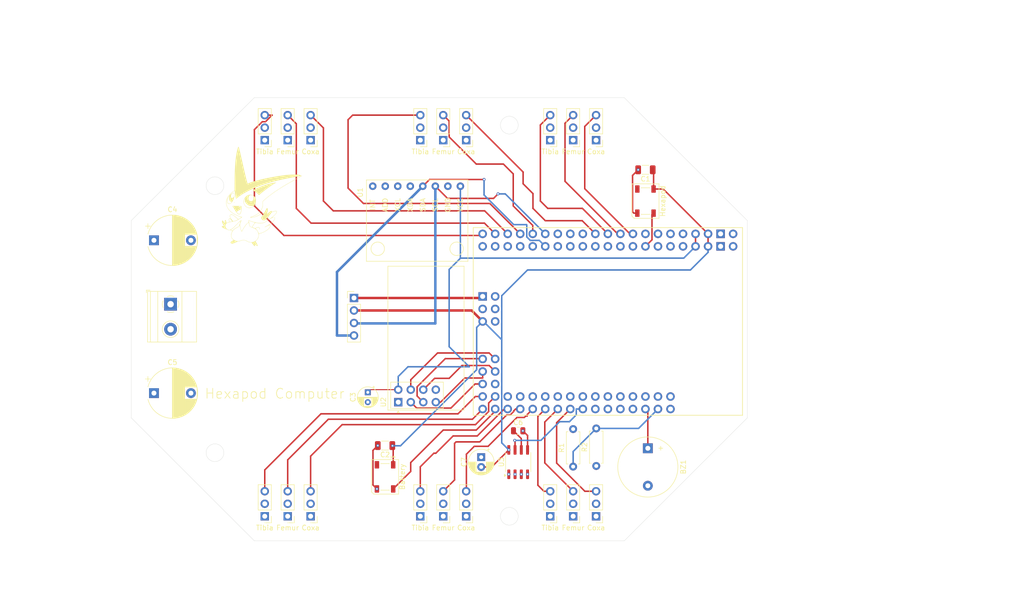
<source format=kicad_pcb>
(kicad_pcb (version 20240108) (generator "pcbnew") (generator_version "8.0")
  (layers (0 "F.Cu" signal "Signal") (1 "In1.Cu" power "Ground") (2 "In2.Cu" power "Power") (31 "B.Cu" signal "Back") (34 "B.Paste" user) (35 "F.Paste" user) (36 "B.SilkS" user "B.Silkscreen") (37 "F.SilkS" user "F.Silkscreen") (38 "B.Mask" user) (39 "F.Mask" user) (44 "Edge.Cuts" user))
  (net 0 "")
  (net 1 "+5V")
  (net 2 "GND")
  (net 3 "LED1")
  (net 4 "LED2")
  (net 6 "S1")
  (net 7 "VIN")
  (net 8 "S2")
  (net 9 "S3")
  (net 10 "S4")
  (net 11 "S5")
  (net 12 "S6")
  (net 13 "S7")
  (net 14 "S8")
  (net 15 "S9")
  (net 16 "S10")
  (net 17 "S11")
  (net 18 "S12")
  (net 19 "S13")
  (net 20 "S14")
  (net 21 "S15")
  (net 22 "S16")
  (net 23 "S17")
  (net 24 "S18")
  (net 25 "SDA")
  (net 30 "+3.3V")
  (net 31 "SCL")
  (net 32 "MISO")
  (net 33 "CSN")
  (net 35 "SCK")
  (net 37 "MOSI")
  (net 39 "VD Reading")
  (net 40 "Buzzer")
  (net 47 "Net-(U3-FILTER)")
  (net 64 "Current Reading")
  (net 88 "CE")
  (footprint "Connector_PinHeader_2.54mm:PinHeader_1x03_P2.54mm_Vertical" (layer "F.Cu") (at 143.65 53.65 180)
    (property "Reference" "Tibia")
    (property "Value" "Conn_01x03_Pin" (hide yes))
  )
  (footprint "LED_SMD:LED_WS2812B_PLCC4_5.0x5.0mm_P3.2mm" (layer "F.Cu") (at 189.315 66.02 -90)
    (property "Reference" "Hexapod")
    (property "Value" "WS2812B" (hide yes))
  )
  (footprint "Capacitor_SMD:C_1206_3216Metric" (layer "F.Cu") (at 189.315 59.67 180)
    (property "Reference" "C1")
    (property "Value" "104 0.1μF" (hide yes))
  )
  (footprint "TerminalBlock_Phoenix:TerminalBlock_Phoenix_MKDS-1,5-2-5.08_1x02_P5.08mm_Horizontal" (layer "F.Cu") (at 93 86.95 -90)
    (property "Reference" "J1" (hide yes))
    (property "Value" "Battery")
  )
  (footprint "Connector_PinHeader_2.54mm:PinHeader_1x03_P2.54mm_Vertical" (layer "F.Cu") (at 174.65 53.65 180)
    (property "Reference" "Femur")
    (property "Value" "Conn_01x03_Pin" (hide yes))
  )
  (footprint "LED_SMD:LED_WS2812B_PLCC4_5.0x5.0mm_P3.2mm" (layer "F.Cu") (at 136.5 122 -90)
    (property "Reference" "Battery")
    (property "Value" "WS2812B" (hide yes))
  )
  (footprint "Capacitor_THT:CP_Radial_D4.0mm_P2.00mm" (layer "F.Cu") (at 133 104.8395 -90)
    (property "Reference" "C3")
    (property "Value" "16V 22μF" (hide yes))
  )
  (footprint "Capacitor_THT:CP_Radial_D10.0mm_P7.50mm" (layer "F.Cu") (at 89.625 105)
    (property "Reference" "C5")
    (property "Value" "16V 1mF")
  )
  (footprint "Package_SO:SOIC-8_3.9x4.9mm_P1.27mm" (layer "F.Cu") (at 163.5 119 90)
    (property "Reference" "U3")
    (property "Value" "ACS712xLCTR-05B" (hide yes))
  )
  (footprint "Buzzer_Beeper:Buzzer_12x9.5RM7.6" (layer "F.Cu") (at 189.8 116.2 -90)
    (property "Reference" "BZ1")
    (property "Value" "Buzzer")
  )
  (footprint "Connector_PinHeader_2.54mm:PinHeader_1x03_P2.54mm_Vertical" (layer "F.Cu") (at 148.3 130 180)
    (property "Reference" "Femur")
    (property "Value" "Conn_01x03_Pin" (hide yes))
  )
  (footprint "Connector_PinHeader_2.54mm:PinHeader_1x03_P2.54mm_Vertical" (layer "F.Cu") (at 152.95 53.65 180)
    (property "Reference" "Coxa")
    (property "Value" "Conn_01x03_Pin" (hide yes))
  )
  (footprint "Connector_PinHeader_2.54mm:PinHeader_1x03_P2.54mm_Vertical" (layer "F.Cu") (at 179.3 130 180)
    (property "Reference" "Coxa")
    (property "Value" "Conn_01x03_Pin" (hide yes))
  )
  (footprint "Capacitor_THT:CP_Radial_D5.0mm_P2.00mm" (layer "F.Cu") (at 156 118 -90)
    (property "Reference" "C7")
    (property "Value" "50V 0.1μF" (hide yes))
  )
  (footprint "Connector_PinHeader_2.54mm:PinHeader_1x03_P2.54mm_Vertical" (layer "F.Cu") (at 174.65 130 180)
    (property "Reference" "Femur")
    (property "Value" "Conn_01x03_Pin" (hide yes))
  )
  (footprint "Connector_PinHeader_2.54mm:PinHeader_1x03_P2.54mm_Vertical" (layer "F.Cu") (at 179.3 53.65 180)
    (property "Reference" "Coxa")
    (property "Value" "Conn_01x03_Pin" (hide yes))
  )
  (footprint "Connector_PinHeader_2.54mm:PinHeader_1x03_P2.54mm_Vertical" (layer "F.Cu") (at 121.4 53.65 180)
    (property "Reference" "Coxa")
    (property "Value" "Conn_01x03_Pin" (hide yes))
  )
  (footprint "Capacitor_SMD:C_0805_2012Metric" (layer "F.Cu") (at 163.5 112.65)
    (property "Reference" "C6")
    (property "Value" "102 1nf" (hide yes))
  )
  (footprint "Connector_PinHeader_2.54mm:PinHeader_1x04_P2.54mm_Vertical" (layer "F.Cu") (at 130.2 85.6875)
    (property "Reference" "REF**" (hide yes))
    (property "Value" "PinHeader_1x04_P2.54mm_Vertical" (hide yes))
  )
  (footprint "Connector_PinHeader_2.54mm:PinHeader_1x03_P2.54mm_Vertical" (layer "F.Cu") (at 112.1 130 180)
    (property "Reference" "Tibia")
    (property "Value" "Conn_01x03_Pin" (hide yes))
  )
  (footprint "Connector_PinHeader_2.54mm:PinHeader_1x03_P2.54mm_Vertical" (layer "F.Cu") (at 116.75 130 180)
    (property "Reference" "Femur")
    (property "Value" "Conn_01x03_Pin" (hide yes))
  )
  (footprint "Connector_PinHeader_2.54mm:PinHeader_1x03_P2.54mm_Vertical" (layer "F.Cu") (at 170 130 180)
    (property "Reference" "Tibia")
    (property "Value" "Conn_01x03_Pin" (hide yes))
  )
  (footprint "RF_Module:nRF24L01_Breakout" (layer "F.Cu") (at 139.175 106.8395 90)
    (property "Reference" "U2")
    (property "Value" "NRF24L01_Breakout")
  )
  (footprint "Arduino Library:Clone_Mega2560_Pro_Socket" (layer "F.Cu") (at 209 109.5 180)
    (property "Reference" "A1" (hide yes))
    (property "Value" "Aurduino Mega 2560 Pro" (hide yes))
  )
  (footprint "Connector_PinHeader_2.54mm:PinHeader_1x03_P2.54mm_Vertical" (layer "F.Cu") (at 143.65 130 180)
    (property "Reference" "Tibia")
    (property "Value" "Conn_01x03_Pin" (hide yes))
  )
  (footprint "Connector_PinHeader_2.54mm:PinHeader_1x03_P2.54mm_Vertical" (layer "F.Cu") (at 121.4 130 180)
    (property "Reference" "Coxa")
    (property "Value" "Conn_01x03_Pin" (hide yes))
  )
  (footprint "Connector_PinHeader_2.54mm:PinHeader_1x03_P2.54mm_Vertical" (layer "F.Cu") (at 152.95 130 180)
    (property "Reference" "Coxa")
    (property "Value" "Conn_01x03_Pin" (hide yes))
  )
  (footprint "Graphics:VICTINI" (layer "F.Cu") (at 110.625 65.5)
    (property "Reference" "G***" (hide yes))
    (property "Value" "LOGO" (hide yes))
  )
  (footprint "Capacitor_THT:CP_Radial_D10.0mm_P7.50mm" (layer "F.Cu") (at 89.625 73.98)
    (property "Reference" "C4")
    (property "Value" "16V 1mF" (hide yes))
  )
  (footprint "Connector_PinHeader_2.54mm:PinHeader_1x03_P2.54mm_Vertical" (layer "F.Cu") (at 112.1 53.65 180)
    (property "Reference" "Tibia")
    (property "Value" "Conn_01x03_Pin" (hide yes))
  )
  (footprint "Capacitor_SMD:C_1206_3216Metric" (layer "F.Cu") (at 136.5 115.65 180)
    (property "Reference" "C2")
    (property "Value" "104 0.1μF" (hide yes))
  )
  (footprint "Connector_PinHeader_2.54mm:PinHeader_1x03_P2.54mm_Vertical" (layer "F.Cu") (at 170 53.65 180)
    (property "Reference" "Tibia")
    (property "Value" "Conn_01x03_Pin" (hide yes))
  )
  (footprint "Resistor_THT:R_Axial_DIN0207_L6.3mm_D2.5mm_P7.62mm_Horizontal" (layer "F.Cu") (at 179.3376 119.79 90)
    (property "Reference" "R2")
    (property "Value" "100kΩ" (hide yes))
  )
  (footprint "Connector_PinHeader_2.54mm:PinHeader_1x03_P2.54mm_Vertical" (layer "F.Cu") (at 148.3 53.65 180)
    (property "Reference" "Femur")
    (property "Value" "Conn_01x03_Pin" (hide yes))
  )
  (footprint "usini_sensors:module_mpu6050" (layer "F.Cu") (at 134 63 -90)
    (property "Reference" "U1")
    (property "Value" "MPU6050" (hide yes))
  )
  (footprint "Resistor_THT:R_Axial_DIN0207_L6.3mm_D2.5mm_P7.62mm_Horizontal" (layer "F.Cu") (at 174.65 119.92 90)
    (property "Reference" "R1")
    (property "Value" "100kΩ" (hide yes))
  )
  (footprint "Connector_PinHeader_2.54mm:PinHeader_1x03_P2.54mm_Vertical" (layer "F.Cu") (at 116.75 53.65 180)
    (property "Reference" "Femur")
    (property "Value" "Conn_01x03_Pin" (hide yes))
  )
  (gr_circle (center 102 117.1) (end 103.8 117.1) (stroke (width 0.05)) (fill none) (layer "Edge.Cuts"))
  (gr_line (start 185 45) (end 210 70) (stroke (width 0.05)) (layer "Edge.Cuts"))
  (gr_circle (center 161.7 130) (end 163.5 130) (stroke (width 0.05)) (fill none) (layer "Edge.Cuts"))
  (gr_line (start 110 135) (end 85 110) (stroke (width 0.05)) (layer "Edge.Cuts"))
  (gr_circle (center 102 62.9) (end 102 61.1) (stroke (width 0.05)) (fill none) (layer "Edge.Cuts"))
  (gr_line (start 185 135) (end 210 110) (stroke (width 0.05)) (layer "Edge.Cuts"))
  (gr_line (start 85 70) (end 110 45) (stroke (width 0.05)) (layer "Edge.Cuts"))
  (gr_line (start 210 70) (end 210 110) (stroke (width 0.05)) (layer "Edge.Cuts"))
  (gr_line (start 110 45) (end 185 45) (stroke (width 0.05)) (layer "Edge.Cuts"))
  (gr_line (start 110 135) (end 185 135) (stroke (width 0.05)) (layer "Edge.Cuts"))
  (gr_line (start 85 110) (end 85 70) (stroke (width 0.05)) (layer "Edge.Cuts"))
  (gr_circle (center 161.7 50.6) (end 163.5 50.6) (stroke (width 0.05)) (fill none) (layer "Edge.Cuts"))
  (gr_text "Hexapod Computer\n\n" (at 99.825 109.5 0) (layer "F.SilkS") (effects (font (size 2 2)) (justify left bottom)))
  (segment (start 161.595 116.525) (end 158.12 120) (width 0.3) (layer "F.Cu") (net 1))
  (segment (start 158.12 120) (end 156 120) (width 0.3) (layer "F.Cu") (net 1))
  (segment (start 190.965 59.845) (end 190.79 59.67) (width 0.3) (layer "F.Cu") (net 1))
  (segment (start 138.0125 115.6875) (end 137.975 115.65) (width 0.3) (layer "F.Cu") (net 1))
  (segment (start 190.965 63.57) (end 190.965 59.845) (width 0.3) (layer "F.Cu") (net 1))
  (segment (start 190.965 63.57) (end 192.915 63.57) (width 0.3) (layer "F.Cu") (net 1))
  (segment (start 130.2 88.2275) (end 154.0725 88.2275) (width 0.5) (layer "F.Cu") (net 1))
  (segment (start 202.015 72.67) (end 202.015 75.21) (width 0.3) (layer "F.Cu") (net 1))
  (segment (start 138.15 119.55) (end 138.15 115.825) (width 0.3) (layer "F.Cu") (net 1))
  (segment (start 138.15 115.825) (end 138.0125 115.6875) (width 0.3) (layer "F.Cu") (net 1))
  (segment (start 192.915 63.57) (end 202.015 72.67) (width 0.3) (layer "F.Cu") (net 1))
  (segment (start 154.0725 88.2275) (end 156.295 90.45) (width 0.5) (layer "F.Cu") (net 1))
  (via (at 161.595 116.525) (size 0.6) (drill 0.3) (layers "F.Cu" "B.Cu") (net 1))
  (via (at 138.0125 115.6875) (size 0.6) (drill 0.3) (layers "F.Cu" "B.Cu") (net 1))
  (segment (start 155.0814 91.6636) (end 155.0814 100.250157) (width 0.3) (layer "B.Cu") (net 1))
  (segment (start 155.0814 100.250157) (end 139.644057 115.6875) (width 0.3) (layer "B.Cu") (net 1))
  (segment (start 198.446314 80) (end 165.4 80) (width 0.3) (layer "B.Cu") (net 1))
  (segment (start 160.1614 115.0914) (end 160.1614 94.154973) (width 0.3) (layer "B.Cu") (net 1))
  (segment (start 160.1614 94.154973) (end 156.456427 90.45) (width 0.3) (layer "B.Cu") (net 1))
  (segment (start 139.644057 115.6875) (end 138.0125 115.6875) (width 0.3) (layer "B.Cu") (net 1))
  (segment (start 161.595 116.525) (end 160.1614 115.0914) (width 0.3) (layer "B.Cu") (net 1))
  (segment (start 165.4 80) (end 160.1614 85.2386) (width 0.3) (layer "B.Cu") (net 1))
  (segment (start 156.456427 90.45) (end 156.295 90.45) (width 0.3) (layer "B.Cu") (net 1))
  (segment (start 202.015 76.431314) (end 198.446314 80) (width 0.3) (layer "B.Cu") (net 1))
  (segment (start 160.1614 85.2386) (end 160.1614 94.154973) (width 0.3) (layer "B.Cu") (net 1))
  (segment (start 202.015 75.21) (end 202.015 76.431314) (width 0.3) (layer "B.Cu") (net 1))
  (segment (start 156.295 90.45) (end 155.0814 91.6636) (width 0.3) (layer "B.Cu") (net 1))
  (segment (start 186.7 60.81) (end 187.84 59.67) (width 0.3) (layer "F.Cu") (net 2))
  (segment (start 186.7 68.2) (end 186.7 60.81) (width 0.3) (layer "F.Cu") (net 2))
  (segment (start 155.9775 85.6875) (end 156.295 85.37) (width 0.5) (layer "F.Cu") (net 2))
  (segment (start 187.665 68.47) (end 186.97 68.47) (width 0.3) (layer "F.Cu") (net 2))
  (segment (start 186.97 68.47) (end 186.7 68.2) (width 0.3) (layer "F.Cu") (net 2))
  (segment (start 134.85 124.45) (end 134.05 123.65) (width 0.3) (layer "F.Cu") (net 2))
  (segment (start 165.405 116.525) (end 165.405 113.605) (width 0.3) (layer "F.Cu") (net 2))
  (segment (start 134.05 123.65) (end 134.05 116.625) (width 0.3) (layer "F.Cu") (net 2))
  (segment (start 130.2 85.6875) (end 155.9775 85.6875) (width 0.5) (layer "F.Cu") (net 2))
  (segment (start 165.405 113.605) (end 164.45 112.65) (width 0.3) (layer "F.Cu") (net 2))
  (segment (start 134.05 116.625) (end 135.025 115.65) (width 0.3) (layer "F.Cu") (net 2))
  (via (at 164.45 112.65) (size 0.6) (drill 0.3) (layers "F.Cu" "B.Cu") (net 2))
  (via (at 134.85 124.45) (size 0.6) (drill 0.3) (layers "F.Cu" "B.Cu") (net 2))
  (via (at 135.025 115.65) (size 0.6) (drill 0.3) (layers "F.Cu" "B.Cu") (net 2))
  (via (at 187.84 59.67) (size 0.6) (drill 0.3) (layers "F.Cu" "B.Cu") (net 2))
  (segment (start 190.6414 73.8836) (end 189.315 75.21) (width 0.3) (layer "F.Cu") (net 3))
  (segment (start 190.6414 68.7936) (end 190.6414 73.8836) (width 0.3) (layer "F.Cu") (net 3))
  (segment (start 190.965 68.47) (end 190.6414 68.7936) (width 0.3) (layer "F.Cu") (net 3))
  (segment (start 148.3 112.5) (end 155 112.5) (width 0.3) (layer "F.Cu") (net 4))
  (segment (start 141.7 120.9) (end 141.7 119.1) (width 0.3) (layer "F.Cu") (net 4))
  (segment (start 138.15 124.45) (end 141.7 120.9) (width 0.3) (layer "F.Cu") (net 4))
  (segment (start 155 112.5) (end 158.835 108.665) (width 0.3) (layer "F.Cu") (net 4))
  (segment (start 158.835 108.665) (end 158.835 108.23) (width 0.3) (layer "F.Cu") (net 4))
  (segment (start 141.7 119.1) (end 148.3 112.5) (width 0.3) (layer "F.Cu") (net 4))
  (segment (start 171.3 119.2) (end 171.3 111.005) (width 0.3) (layer "F.Cu") (net 6))
  (segment (start 177.02 124.92) (end 171.3 119.2) (width 0.3) (layer "F.Cu") (net 6))
  (segment (start 179.3 124.92) (end 177.02 124.92) (width 0.3) (layer "F.Cu") (net 6))
  (segment (start 171.3 111.005) (end 174.075 108.23) (width 0.3) (layer "F.Cu") (net 6))
  (via (at 161.595 121.475) (size 0.6) (drill 0.3) (layers "F.Cu" "B.Cu") (net 7))
  (via (at 162.865 121.475) (size 0.6) (drill 0.3) (layers "F.Cu" "B.Cu") (net 7))
  (via (at 165.405 121.475) (size 0.6) (drill 0.3) (layers "F.Cu" "B.Cu") (net 7))
  (via (at 164.135 121.475) (size 0.6) (drill 0.3) (layers "F.Cu" "B.Cu") (net 7))
  (segment (start 168.9 110.865) (end 171.535 108.23) (width 0.3) (layer "F.Cu") (net 8))
  (segment (start 174.65 124.92) (end 168.9 119.17) (width 0.3) (layer "F.Cu") (net 8))
  (segment (start 168.9 119.17) (end 168.9 110.865) (width 0.3) (layer "F.Cu") (net 8))
  (segment (start 167.5 109.725) (end 168.995 108.23) (width 0.3) (layer "F.Cu") (net 9))
  (segment (start 170 124.92) (end 168.72 124.92) (width 0.3) (layer "F.Cu") (net 9))
  (segment (start 167.5 123.7) (end 167.5 109.725) (width 0.3) (layer "F.Cu") (net 9))
  (segment (start 168.72 124.92) (end 167.5 123.7) (width 0.3) (layer "F.Cu") (net 9))
  (segment (start 163.2564 109.9436) (end 164.7414 109.9436) (width 0.3) (layer "F.Cu") (net 10))
  (segment (start 153 124.87) (end 153 117.4) (width 0.3) (layer "F.Cu") (net 10))
  (segment (start 154.6 115.8) (end 157.4 115.8) (width 0.3) (layer "F.Cu") (net 10))
  (segment (start 165.3425 109.6425) (end 165.3425 109.3425) (width 0.3) (layer "F.Cu") (net 10))
  (segment (start 152.95 124.92) (end 153 124.87) (width 0.3) (layer "F.Cu") (net 10))
  (segment (start 157.4 115.8) (end 163.2564 109.9436) (width 0.3) (layer "F.Cu") (net 10))
  (segment (start 165.0425 109.6425) (end 165.3425 109.6425) (width 0.3) (layer "F.Cu") (net 10))
  (segment (start 153 117.4) (end 154.6 115.8) (width 0.3) (layer "F.Cu") (net 10))
  (segment (start 164.7414 109.9436) (end 165.0425 109.6425) (width 0.3) (layer "F.Cu") (net 10))
  (segment (start 165.3425 109.3425) (end 166.455 108.23) (width 0.3) (layer "F.Cu") (net 10))
  (segment (start 162.97 108.23) (end 162.5886 108.6114) (width 0.3) (layer "F.Cu") (net 11))
  (segment (start 150.6 115.2) (end 150.6 122.62) (width 0.3) (layer "F.Cu") (net 11))
  (segment (start 162.5886 108.73269) (end 161.87769 109.4436) (width 0.3) (layer "F.Cu") (net 11))
  (segment (start 150.9 114.9) (end 150.6 115.2) (width 0.3) (layer "F.Cu") (net 11))
  (segment (start 161.87769 109.4436) (end 161.1564 109.4436) (width 0.3) (layer "F.Cu") (net 11))
  (segment (start 150.6 122.62) (end 148.3 124.92) (width 0.3) (layer "F.Cu") (net 11))
  (segment (start 163.915 108.23) (end 162.97 108.23) (width 0.3) (layer "F.Cu") (net 11))
  (segment (start 155.7 114.9) (end 150.9 114.9) (width 0.3) (layer "F.Cu") (net 11))
  (segment (start 161.1564 109.4436) (end 155.7 114.9) (width 0.3) (layer "F.Cu") (net 11))
  (segment (start 162.5886 108.6114) (end 162.5886 108.73269) (width 0.3) (layer "F.Cu") (net 11))
  (segment (start 143.65 119.95) (end 146.4 117.2) (width 0.3) (layer "F.Cu") (net 12))
  (segment (start 146.4 117.2) (end 146.8 117.2) (width 0.3) (layer "F.Cu") (net 12))
  (segment (start 143.65 124.92) (end 143.65 119.95) (width 0.3) (layer "F.Cu") (net 12))
  (segment (start 150.3 113.7) (end 155.2 113.7) (width 0.3) (layer "F.Cu") (net 12))
  (segment (start 160.67 108.23) (end 161.375 108.23) (width 0.3) (layer "F.Cu") (net 12))
  (segment (start 155.2 113.7) (end 160.67 108.23) (width 0.3) (layer "F.Cu") (net 12))
  (segment (start 146.8 117.2) (end 150.3 113.7) (width 0.3) (layer "F.Cu") (net 12))
  (segment (start 154.84129 111.4) (end 157.5086 108.73269) (width 0.3) (layer "F.Cu") (net 13))
  (segment (start 121.4 117.8) (end 127.8 111.4) (width 0.3) (layer "F.Cu") (net 13))
  (segment (start 127.8 111.4) (end 154.84129 111.4) (width 0.3) (layer "F.Cu") (net 13))
  (segment (start 121.4 124.92) (end 121.4 117.8) (width 0.3) (layer "F.Cu") (net 13))
  (segment (start 157.5086 108.73269) (end 157.5086 107.0164) (width 0.3) (layer "F.Cu") (net 13))
  (segment (start 157.5086 107.0164) (end 158.835 105.69) (width 0.3) (layer "F.Cu") (net 13))
  (segment (start 116.75 124.92) (end 116.75 118.55) (width 0.3) (layer "F.Cu") (net 14))
  (segment (start 116.75 118.55) (end 125 110.3) (width 0.3) (layer "F.Cu") (net 14))
  (segment (start 154.225 110.3) (end 156.295 108.23) (width 0.3) (layer "F.Cu") (net 14))
  (segment (start 125 110.3) (end 154.225 110.3) (width 0.3) (layer "F.Cu") (net 14))
  (segment (start 112.1 120.6) (end 123.5 109.2) (width 0.3) (layer "F.Cu") (net 15))
  (segment (start 112.1 124.92) (end 112.1 120.6) (width 0.3) (layer "F.Cu") (net 15))
  (segment (start 151.3 109.2) (end 154.81 105.69) (width 0.3) (layer "F.Cu") (net 15))
  (segment (start 123.5 109.2) (end 151.3 109.2) (width 0.3) (layer "F.Cu") (net 15))
  (segment (start 154.81 105.69) (end 156.295 105.69) (width 0.3) (layer "F.Cu") (net 15))
  (segment (start 177 63.5) (end 186.17 72.67) (width 0.3) (layer "F.Cu") (net 16))
  (segment (start 179.3 48.57) (end 177 50.87) (width 0.3) (layer "F.Cu") (net 16))
  (segment (start 177 50.87) (end 177 63.5) (width 0.3) (layer "F.Cu") (net 16))
  (segment (start 186.17 72.67) (end 186.775 72.67) (width 0.3) (layer "F.Cu") (net 16))
  (segment (start 183.67 72.67) (end 184.235 72.67) (width 0.3) (layer "F.Cu") (net 17))
  (segment (start 173 50.22) (end 173 62) (width 0.3) (layer "F.Cu") (net 17))
  (segment (start 174.65 48.57) (end 173 50.22) (width 0.3) (layer "F.Cu") (net 17))
  (segment (start 173 62) (end 183.67 72.67) (width 0.3) (layer "F.Cu") (net 17))
  (segment (start 168 50.57) (end 168 66) (width 0.3) (layer "F.Cu") (net 18))
  (segment (start 168 66) (end 169.5 67.5) (width 0.3) (layer "F.Cu") (net 18))
  (segment (start 176.525 67.5) (end 181.695 72.67) (width 0.3) (layer "F.Cu") (net 18))
  (segment (start 169.5 67.5) (end 176.525 67.5) (width 0.3) (layer "F.Cu") (net 18))
  (segment (start 170 48.57) (end 168 50.57) (width 0.3) (layer "F.Cu") (net 18))
  (segment (start 164.5 60.12) (end 164.5 62.5) (width 0.3) (layer "F.Cu") (net 19))
  (segment (start 176.485 70) (end 179.155 72.67) (width 0.3) (layer "F.Cu") (net 19))
  (segment (start 169 70) (end 176.485 70) (width 0.3) (layer "F.Cu") (net 19))
  (segment (start 166.5 67.5) (end 169 70) (width 0.3) (layer "F.Cu") (net 19))
  (segment (start 166.5 64.5) (end 166.5 67.5) (width 0.3) (layer "F.Cu") (net 19))
  (segment (start 152.95 48.57) (end 164.5 60.12) (width 0.3) (layer "F.Cu") (net 19))
  (segment (start 164.5 62.5) (end 166.5 64.5) (width 0.3) (layer "F.Cu") (net 19))
  (segment (start 149.5 49.77) (end 148.3 48.57) (width 0.3) (layer "F.Cu") (net 20))
  (segment (start 155 58.5) (end 149.5 53) (width 0.3) (layer "F.Cu") (net 20))
  (segment (start 162.5 60.5) (end 160.5 58.5) (width 0.3) (layer "F.Cu") (net 20))
  (segment (start 162.5 67) (end 162.5 60.5) (width 0.3) (layer "F.Cu") (net 20))
  (segment (start 149.5 53) (end 149.5 49.77) (width 0.3) (layer "F.Cu") (net 20))
  (segment (start 160.5 58.5) (end 155 58.5) (width 0.3) (layer "F.Cu") (net 20))
  (segment (start 166.455 70.955) (end 162.5 67) (width 0.3) (layer "F.Cu") (net 20))
  (segment (start 166.455 72.67) (end 166.455 70.955) (width 0.3) (layer "F.Cu") (net 20))
  (segment (start 129.93 48.57) (end 129 49.5) (width 0.3) (layer "F.Cu") (net 21))
  (segment (start 143.65 48.57) (end 129.93 48.57) (width 0.3) (layer "F.Cu") (net 21))
  (segment (start 132.112 66.5) (end 157.745 66.5) (width 0.3) (layer "F.Cu") (net 21))
  (segment (start 157.745 66.5) (end 163.915 72.67) (width 0.3) (layer "F.Cu") (net 21))
  (segment (start 129 49.5) (end 129 63.388) (width 0.3) (layer "F.Cu") (net 21))
  (segment (start 129 63.388) (end 132.112 66.5) (width 0.3) (layer "F.Cu") (net 21))
  (segment (start 124 66) (end 126 68) (width 0.3) (layer "F.Cu") (net 22))
  (segment (start 124 51.17) (end 124 66) (width 0.3) (layer "F.Cu") (net 22))
  (segment (start 121.4 48.57) (end 124 51.17) (width 0.3) (layer "F.Cu") (net 22))
  (segment (start 126 68) (end 156.705 68) (width 0.3) (layer "F.Cu") (net 22))
  (segment (start 156.705 68) (end 161.375 72.67) (width 0.3) (layer "F.Cu") (net 22))
  (segment (start 121.5 70.5) (end 156.665 70.5) (width 0.3) (layer "F.Cu") (net 23))
  (segment (start 116.75 48.57) (end 118.5 50.32) (width 0.3) (layer "F.Cu") (net 23))
  (segment (start 118.5 67.5) (end 121.5 70.5) (width 0.3) (layer "F.Cu") (net 23))
  (segment (start 156.665 70.5) (end 158.835 72.67) (width 0.3) (layer "F.Cu") (net 23))
  (segment (start 118.5 50.32) (end 118.5 67.5) (width 0.3) (layer "F.Cu") (net 23))
  (segment (start 112.245 49.91) (end 111.602943 49.91) (width 0.3) (layer "F.Cu") (net 24))
  (segment (start 155.965 73) (end 156.295 72.67) (width 0.3) (layer "F.Cu") (net 24))
  (segment (start 111.602943 49.91) (end 110 51.512943) (width 0.3) (layer "F.Cu") (net 24))
  (segment (start 113.585 48.57) (end 112.245 49.91) (width 0.3) (layer "F.Cu") (net 24))
  (segment (start 112.1 48.57) (end 113.585 48.57) (width 0.3) (layer "F.Cu") (net 24))
  (segment (start 110 67) (end 116 73) (width 0.3) (layer "F.Cu") (net 24))
  (segment (start 116 73) (end 155.965 73) (width 0.3) (layer "F.Cu") (net 24))
  (segment (start 110 51.512943) (end 110 67) (width 0.3) (layer "F.Cu") (net 24))
  (segment (start 145.5248 61.6352) (end 156.5798 61.6352) (width 0.3) (layer "F.Cu") (net 25))
  (segment (start 144.16 63) (end 145.5248 61.6352) (width 0.3) (layer "F.Cu") (net 25))
  (via (at 156.5798 61.6352) (size 0.6) (drill 0.3) (layers "F.Cu" "B.Cu") (net 25))
  (segment (start 165.2414 70.8586) (end 165.2414 73.28549) (width 0.3) (layer "B.Cu") (net 25))
  (segment (start 167.7814 73.9964) (end 168.995 75.21) (width 0.3) (layer "B.Cu") (net 25))
  (segment (start 165.95231 73.9964) (end 167.7814 73.9964) (width 0.3) (layer "B.Cu") (net 25))
  (segment (start 165.2414 73.28549) (end 165.95231 73.9964) (width 0.3) (layer "B.Cu") (net 25))
  (segment (start 126.75 80.41) (end 144.16 63) (width 0.5) (layer "B.Cu") (net 25))
  (segment (start 165.1828 70.8) (end 165.2414 70.8586) (width 0.3) (layer "B.Cu") (net 25))
  (segment (start 156.5798 64.7798) (end 162.6 70.8) (width 0.3) (layer "B.Cu") (net 25))
  (segment (start 130.2 93.3075) (end 126.75 93.3075) (width 0.5) (layer "B.Cu") (net 25))
  (segment (start 126.75 93.3075) (end 126.75 80.41) (width 0.5) (layer "B.Cu") (net 25))
  (segment (start 162.6 70.8) (end 165.1828 70.8) (width 0.3) (layer "B.Cu") (net 25))
  (segment (start 156.5798 61.6352) (end 156.5798 64.7798) (width 0.3) (layer "B.Cu") (net 25))
  (segment (start 133.54 104.2995) (end 133 104.8395) (width 0.2) (layer "F.Cu") (net 30))
  (segment (start 199.475 72.67) (end 199.475 75.21) (width 0.3) (layer "F.Cu") (net 30))
  (segment (start 139.175 104.2995) (end 133.54 104.2995) (width 0.2) (layer "F.Cu") (net 30))
  (segment (start 199.475 75.21) (end 197.085 77.6) (width 0.3) (layer "B.Cu") (net 30))
  (segment (start 153.575 99.65) (end 141.15 99.65) (width 0.3) (layer "B.Cu") (net 30))
  (segment (start 151.8 77.6) (end 151.78 77.58) (width 0.3) (layer "B.Cu") (net 30))
  (segment (start 141.15 99.65) (end 139.175 101.625) (width 0.3) (layer "B.Cu") (net 30))
  (segment (start 139.175 101.625) (end 139.175 104.2995) (width 0.3) (layer "B.Cu") (net 30))
  (segment (start 151.8 77.6) (end 149.5 79.9) (width 0.3) (layer "B.Cu") (net 30))
  (segment (start 149.5 79.9) (end 149.5 95.575) (width 0.3) (layer "B.Cu") (net 30))
  (segment (start 149.5 95.575) (end 153.575 99.65) (width 0.3) (layer "B.Cu") (net 30))
  (segment (start 151.78 77.58) (end 151.78 63) (width 0.3) (layer "B.Cu") (net 30))
  (segment (start 197.085 77.6) (end 151.8 77.6) (width 0.3) (layer "B.Cu") (net 30))
  (segment (start 149.1727 65.4727) (end 146.7 63) (width 0.3) (layer "F.Cu") (net 31))
  (segment (start 159.4198 64.5602) (end 158.5073 65.4727) (width 0.3) (layer "F.Cu") (net 31))
  (segment (start 158.5073 65.4727) (end 149.1727 65.4727) (width 0.3) (layer "F.Cu") (net 31))
  (via (at 159.4198 64.5602) (size 0.6) (drill 0.3) (layers "F.Cu" "B.Cu") (net 31))
  (segment (start 130.2825 90.85) (end 146.7 90.85) (width 0.5) (layer "B.Cu") (net 31))
  (segment (start 130.2 90.7675) (end 130.2825 90.85) (width 0.5) (layer "B.Cu") (net 31))
  (segment (start 146.7 90.85) (end 146.7 63) (width 0.5) (layer "B.Cu") (net 31))
  (segment (start 159.4198 64.5602) (end 160.8852 64.5602) (width 0.3) (layer "B.Cu") (net 31))
  (segment (start 160.8852 64.5602) (end 168.995 72.67) (width 0.3) (layer "B.Cu") (net 31))
  (segment (start 156.295 100.61) (end 156.295 101.9364) (width 0.3) (layer "F.Cu") (net 32))
  (segment (start 156.295 101.9364) (end 152.6636 101.9364) (width 0.3) (layer "F.Cu") (net 32))
  (segment (start 147.7605 106.8395) (end 146.795 106.8395) (width 0.3) (layer "F.Cu") (net 32))
  (segment (start 152.6636 101.9364) (end 147.7605 106.8395) (width 0.3) (layer "F.Cu") (net 32))
  (segment (start 141.715 102.285) (end 141.715 104.2995) (width 0.3) (layer "F.Cu") (net 33))
  (segment (start 147.1436 96.8564) (end 141.715 102.285) (width 0.3) (layer "F.Cu") (net 33))
  (segment (start 157.6214 96.8564) (end 147.1436 96.8564) (width 0.3) (layer "F.Cu") (net 33))
  (segment (start 158.835 98.07) (end 157.6214 96.8564) (width 0.3) (layer "F.Cu") (net 33))
  (segment (start 156.225 98) (end 156.295 98.07) (width 0.3) (layer "F.Cu") (net 35))
  (segment (start 143 105.5845) (end 143 103.717443) (width 0.3) (layer "F.Cu") (net 35))
  (segment (start 144.234416 106.818916) (end 143.894089 106.478589) (width 0.3) (layer "F.Cu") (net 35))
  (segment (start 148.717443 98) (end 156.225 98) (width 0.3) (layer "F.Cu") (net 35))
  (segment (start 143 103.717443) (end 148.717443 98) (width 0.3) (layer "F.Cu") (net 35))
  (segment (start 143.894089 106.478589) (end 143 105.5845) (width 0.3) (layer "F.Cu") (net 35))
  (segment (start 144.255 106.8395) (end 144.234416 106.818916) (width 0.3) (layer "F.Cu") (net 35))
  (segment (start 158.835 100.61) (end 157.6214 99.3964) (width 0.3) (layer "F.Cu") (net 37))
  (segment (start 149.5 102) (end 146.5545 102) (width 0.3) (layer "F.Cu") (net 37))
  (segment (start 152.1036 99.3964) (end 149.5 102) (width 0.3) (layer "F.Cu") (net 37))
  (segment (start 157.6214 99.3964) (end 152.1036 99.3964) (width 0.3) (layer "F.Cu") (net 37))
  (segment (start 146.5545 102) (end 144.255 104.2995) (width 0.3) (layer "F.Cu") (net 37))
  (segment (start 174.65 116.8576) (end 179.3376 112.17) (width 0.3) (layer "B.Cu") (net 39))
  (segment (start 179.3376 112.17) (end 187.915 112.17) (width 0.3) (layer "B.Cu") (net 39))
  (segment (start 187.915 112.17) (end 191.855 108.23) (width 0.3) (layer "B.Cu") (net 39))
  (segment (start 174.65 119.92) (end 174.65 116.8576) (width 0.3) (layer "B.Cu") (net 39))
  (segment (start 189.8 116.2) (end 189.8 108.715) (width 0.3) (layer "F.Cu") (net 40))
  (segment (start 189.8 108.715) (end 189.315 108.23) (width 0.3) (layer "F.Cu") (net 40))
  (segment (start 164.135 116.525) (end 164.135 114.235) (width 0.3) (layer "F.Cu") (net 47))
  (segment (start 164.135 114.235) (end 162.55 112.65) (width 0.3) (layer "F.Cu") (net 47))
  (segment (start 162.865 116.525) (end 162.865 114.665) (width 0.3) (layer "F.Cu") (net 64))
  (segment (start 162.865 114.665) (end 162.8 114.6) (width 0.3) (layer "F.Cu") (net 64))
  (via (at 162.8 114.6) (size 0.6) (drill 0.3) (layers "F.Cu" "B.Cu") (net 64))
  (segment (start 162.8 114.6) (end 168.1 114.6) (width 0.3) (layer "B.Cu") (net 64))
  (segment (start 173.9 110.8) (end 175.2886 109.4114) (width 0.3) (layer "B.Cu") (net 64))
  (segment (start 171.9 110.8) (end 173.9 110.8) (width 0.3) (layer "B.Cu") (net 64))
  (segment (start 168.1 114.6) (end 171.9 110.8) (width 0.3) (layer "B.Cu") (net 64))
  (segment (start 175.2886 108.23) (end 176.615 108.23) (width 0.3) (layer "B.Cu") (net 64))
  (segment (start 175.2886 109.4114) (end 175.2886 108.23) (width 0.3) (layer "B.Cu") (net 64))
  (segment (start 156.295 103.15) (end 154.75 103.15) (width 0.3) (layer "F.Cu") (net 88))
  (segment (start 154.75 103.15) (end 149.8605 108.0395) (width 0.3) (layer "F.Cu") (net 88))
  (segment (start 149.8605 108.0395) (end 142.915 108.0395) (width 0.3) (layer "F.Cu") (net 88))
  (segment (start 142.915 108.0395) (end 141.715 106.8395) (width 0.3) (layer "F.Cu") (net 88))
)
</source>
